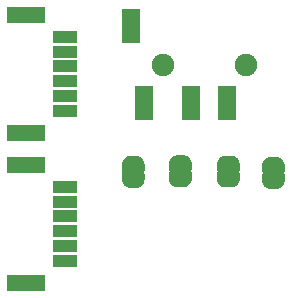
<source format=gbr>
G04 #@! TF.GenerationSoftware,KiCad,Pcbnew,(5.0.0)*
G04 #@! TF.CreationDate,2019-01-08T20:03:17-05:00*
G04 #@! TF.ProjectId,Headphone Breakout,4865616470686F6E6520427265616B6F,rev?*
G04 #@! TF.SameCoordinates,Original*
G04 #@! TF.FileFunction,Soldermask,Top*
G04 #@! TF.FilePolarity,Negative*
%FSLAX46Y46*%
G04 Gerber Fmt 4.6, Leading zero omitted, Abs format (unit mm)*
G04 Created by KiCad (PCBNEW (5.0.0)) date 01/08/19 20:03:17*
%MOMM*%
%LPD*%
G01*
G04 APERTURE LIST*
%ADD10R,2.100000X1.000000*%
%ADD11R,3.200000X1.400000*%
%ADD12R,1.600000X2.900000*%
%ADD13C,1.900000*%
%ADD14C,0.500000*%
%ADD15C,0.100000*%
G04 APERTURE END LIST*
D10*
G04 #@! TO.C,J1*
X123870000Y-100915000D03*
X123870000Y-99665000D03*
X123870000Y-98415000D03*
X123870000Y-97165000D03*
X123870000Y-95915000D03*
X123870000Y-94665000D03*
D11*
X120520000Y-102765000D03*
X120520000Y-92815000D03*
G04 #@! TD*
D10*
G04 #@! TO.C,J2*
X123870000Y-88215000D03*
X123870000Y-86965000D03*
X123870000Y-85715000D03*
X123870000Y-84465000D03*
X123870000Y-83215000D03*
X123870000Y-81965000D03*
D11*
X120520000Y-90065000D03*
X120520000Y-80115000D03*
G04 #@! TD*
D12*
G04 #@! TO.C,J3*
X129441000Y-81078000D03*
X130541000Y-87578000D03*
X134541000Y-87578000D03*
X137541000Y-87578000D03*
D13*
X139141000Y-84328000D03*
X132141000Y-84328000D03*
G04 #@! TD*
D14*
G04 #@! TO.C,JP1*
X129616200Y-94035400D03*
D15*
G36*
X128670043Y-93496382D02*
X128681424Y-93458863D01*
X128699906Y-93424286D01*
X128724779Y-93393979D01*
X128755086Y-93369106D01*
X128789663Y-93350624D01*
X128827182Y-93339243D01*
X128866200Y-93335400D01*
X129116200Y-93335400D01*
X129116200Y-93135400D01*
X129120043Y-93096382D01*
X129131424Y-93058863D01*
X129149906Y-93024286D01*
X129174779Y-92993979D01*
X129205086Y-92969106D01*
X129239663Y-92950624D01*
X129277182Y-92939243D01*
X129316200Y-92935400D01*
X129916200Y-92935400D01*
X129955218Y-92939243D01*
X129992737Y-92950624D01*
X130027314Y-92969106D01*
X130057621Y-92993979D01*
X130082494Y-93024286D01*
X130100976Y-93058863D01*
X130112357Y-93096382D01*
X130116200Y-93135400D01*
X130116200Y-93335400D01*
X130366200Y-93335400D01*
X130405218Y-93339243D01*
X130442737Y-93350624D01*
X130477314Y-93369106D01*
X130507621Y-93393979D01*
X130532494Y-93424286D01*
X130550976Y-93458863D01*
X130562357Y-93496382D01*
X130566200Y-93535400D01*
X130566200Y-94035400D01*
X130565598Y-94041512D01*
X130565598Y-94059934D01*
X130564635Y-94079540D01*
X130559825Y-94128371D01*
X130556946Y-94147780D01*
X130547374Y-94195905D01*
X130542604Y-94214948D01*
X130528360Y-94261903D01*
X130521749Y-94280380D01*
X130502972Y-94325713D01*
X130494577Y-94343461D01*
X130471446Y-94386734D01*
X130461360Y-94403562D01*
X130434100Y-94444361D01*
X130422405Y-94460130D01*
X130391277Y-94498059D01*
X130378097Y-94512600D01*
X130343400Y-94547297D01*
X130328859Y-94560477D01*
X130290930Y-94591605D01*
X130275161Y-94603300D01*
X130234362Y-94630560D01*
X130217534Y-94640646D01*
X130174261Y-94663777D01*
X130156513Y-94672172D01*
X130111180Y-94690949D01*
X130092703Y-94697560D01*
X130045748Y-94711804D01*
X130026705Y-94716574D01*
X129978580Y-94726146D01*
X129959171Y-94729025D01*
X129910340Y-94733835D01*
X129890734Y-94734798D01*
X129872312Y-94734798D01*
X129866200Y-94735400D01*
X129366200Y-94735400D01*
X129360088Y-94734798D01*
X129341666Y-94734798D01*
X129322060Y-94733835D01*
X129273229Y-94729025D01*
X129253820Y-94726146D01*
X129205695Y-94716574D01*
X129186652Y-94711804D01*
X129139697Y-94697560D01*
X129121220Y-94690949D01*
X129075887Y-94672172D01*
X129058139Y-94663777D01*
X129014866Y-94640646D01*
X128998038Y-94630560D01*
X128957239Y-94603300D01*
X128941470Y-94591605D01*
X128903541Y-94560477D01*
X128889000Y-94547297D01*
X128854303Y-94512600D01*
X128841123Y-94498059D01*
X128809995Y-94460130D01*
X128798300Y-94444361D01*
X128771040Y-94403562D01*
X128760954Y-94386734D01*
X128737823Y-94343461D01*
X128729428Y-94325713D01*
X128710651Y-94280380D01*
X128704040Y-94261903D01*
X128689796Y-94214948D01*
X128685026Y-94195905D01*
X128675454Y-94147780D01*
X128672575Y-94128371D01*
X128667765Y-94079540D01*
X128666802Y-94059934D01*
X128666802Y-94041512D01*
X128666200Y-94035400D01*
X128666200Y-93535400D01*
X128670043Y-93496382D01*
X128670043Y-93496382D01*
G37*
D14*
X129616200Y-92735400D03*
D15*
G36*
X128666802Y-92729288D02*
X128666802Y-92710866D01*
X128667765Y-92691260D01*
X128672575Y-92642429D01*
X128675454Y-92623020D01*
X128685026Y-92574895D01*
X128689796Y-92555852D01*
X128704040Y-92508897D01*
X128710651Y-92490420D01*
X128729428Y-92445087D01*
X128737823Y-92427339D01*
X128760954Y-92384066D01*
X128771040Y-92367238D01*
X128798300Y-92326439D01*
X128809995Y-92310670D01*
X128841123Y-92272741D01*
X128854303Y-92258200D01*
X128889000Y-92223503D01*
X128903541Y-92210323D01*
X128941470Y-92179195D01*
X128957239Y-92167500D01*
X128998038Y-92140240D01*
X129014866Y-92130154D01*
X129058139Y-92107023D01*
X129075887Y-92098628D01*
X129121220Y-92079851D01*
X129139697Y-92073240D01*
X129186652Y-92058996D01*
X129205695Y-92054226D01*
X129253820Y-92044654D01*
X129273229Y-92041775D01*
X129322060Y-92036965D01*
X129341666Y-92036002D01*
X129360088Y-92036002D01*
X129366200Y-92035400D01*
X129866200Y-92035400D01*
X129872312Y-92036002D01*
X129890734Y-92036002D01*
X129910340Y-92036965D01*
X129959171Y-92041775D01*
X129978580Y-92044654D01*
X130026705Y-92054226D01*
X130045748Y-92058996D01*
X130092703Y-92073240D01*
X130111180Y-92079851D01*
X130156513Y-92098628D01*
X130174261Y-92107023D01*
X130217534Y-92130154D01*
X130234362Y-92140240D01*
X130275161Y-92167500D01*
X130290930Y-92179195D01*
X130328859Y-92210323D01*
X130343400Y-92223503D01*
X130378097Y-92258200D01*
X130391277Y-92272741D01*
X130422405Y-92310670D01*
X130434100Y-92326439D01*
X130461360Y-92367238D01*
X130471446Y-92384066D01*
X130494577Y-92427339D01*
X130502972Y-92445087D01*
X130521749Y-92490420D01*
X130528360Y-92508897D01*
X130542604Y-92555852D01*
X130547374Y-92574895D01*
X130556946Y-92623020D01*
X130559825Y-92642429D01*
X130564635Y-92691260D01*
X130565598Y-92710866D01*
X130565598Y-92729288D01*
X130566200Y-92735400D01*
X130566200Y-93235400D01*
X130562357Y-93274418D01*
X130550976Y-93311937D01*
X130532494Y-93346514D01*
X130507621Y-93376821D01*
X130477314Y-93401694D01*
X130442737Y-93420176D01*
X130405218Y-93431557D01*
X130366200Y-93435400D01*
X128866200Y-93435400D01*
X128827182Y-93431557D01*
X128789663Y-93420176D01*
X128755086Y-93401694D01*
X128724779Y-93376821D01*
X128699906Y-93346514D01*
X128681424Y-93311937D01*
X128670043Y-93274418D01*
X128666200Y-93235400D01*
X128666200Y-92735400D01*
X128666802Y-92729288D01*
X128666802Y-92729288D01*
G37*
G04 #@! TD*
D14*
G04 #@! TO.C,JP2*
X133604000Y-92680000D03*
D15*
G36*
X132654602Y-92673888D02*
X132654602Y-92655466D01*
X132655565Y-92635860D01*
X132660375Y-92587029D01*
X132663254Y-92567620D01*
X132672826Y-92519495D01*
X132677596Y-92500452D01*
X132691840Y-92453497D01*
X132698451Y-92435020D01*
X132717228Y-92389687D01*
X132725623Y-92371939D01*
X132748754Y-92328666D01*
X132758840Y-92311838D01*
X132786100Y-92271039D01*
X132797795Y-92255270D01*
X132828923Y-92217341D01*
X132842103Y-92202800D01*
X132876800Y-92168103D01*
X132891341Y-92154923D01*
X132929270Y-92123795D01*
X132945039Y-92112100D01*
X132985838Y-92084840D01*
X133002666Y-92074754D01*
X133045939Y-92051623D01*
X133063687Y-92043228D01*
X133109020Y-92024451D01*
X133127497Y-92017840D01*
X133174452Y-92003596D01*
X133193495Y-91998826D01*
X133241620Y-91989254D01*
X133261029Y-91986375D01*
X133309860Y-91981565D01*
X133329466Y-91980602D01*
X133347888Y-91980602D01*
X133354000Y-91980000D01*
X133854000Y-91980000D01*
X133860112Y-91980602D01*
X133878534Y-91980602D01*
X133898140Y-91981565D01*
X133946971Y-91986375D01*
X133966380Y-91989254D01*
X134014505Y-91998826D01*
X134033548Y-92003596D01*
X134080503Y-92017840D01*
X134098980Y-92024451D01*
X134144313Y-92043228D01*
X134162061Y-92051623D01*
X134205334Y-92074754D01*
X134222162Y-92084840D01*
X134262961Y-92112100D01*
X134278730Y-92123795D01*
X134316659Y-92154923D01*
X134331200Y-92168103D01*
X134365897Y-92202800D01*
X134379077Y-92217341D01*
X134410205Y-92255270D01*
X134421900Y-92271039D01*
X134449160Y-92311838D01*
X134459246Y-92328666D01*
X134482377Y-92371939D01*
X134490772Y-92389687D01*
X134509549Y-92435020D01*
X134516160Y-92453497D01*
X134530404Y-92500452D01*
X134535174Y-92519495D01*
X134544746Y-92567620D01*
X134547625Y-92587029D01*
X134552435Y-92635860D01*
X134553398Y-92655466D01*
X134553398Y-92673888D01*
X134554000Y-92680000D01*
X134554000Y-93180000D01*
X134550157Y-93219018D01*
X134538776Y-93256537D01*
X134520294Y-93291114D01*
X134495421Y-93321421D01*
X134465114Y-93346294D01*
X134430537Y-93364776D01*
X134393018Y-93376157D01*
X134354000Y-93380000D01*
X132854000Y-93380000D01*
X132814982Y-93376157D01*
X132777463Y-93364776D01*
X132742886Y-93346294D01*
X132712579Y-93321421D01*
X132687706Y-93291114D01*
X132669224Y-93256537D01*
X132657843Y-93219018D01*
X132654000Y-93180000D01*
X132654000Y-92680000D01*
X132654602Y-92673888D01*
X132654602Y-92673888D01*
G37*
D14*
X133604000Y-93980000D03*
D15*
G36*
X132657843Y-93440982D02*
X132669224Y-93403463D01*
X132687706Y-93368886D01*
X132712579Y-93338579D01*
X132742886Y-93313706D01*
X132777463Y-93295224D01*
X132814982Y-93283843D01*
X132854000Y-93280000D01*
X133104000Y-93280000D01*
X133104000Y-93080000D01*
X133107843Y-93040982D01*
X133119224Y-93003463D01*
X133137706Y-92968886D01*
X133162579Y-92938579D01*
X133192886Y-92913706D01*
X133227463Y-92895224D01*
X133264982Y-92883843D01*
X133304000Y-92880000D01*
X133904000Y-92880000D01*
X133943018Y-92883843D01*
X133980537Y-92895224D01*
X134015114Y-92913706D01*
X134045421Y-92938579D01*
X134070294Y-92968886D01*
X134088776Y-93003463D01*
X134100157Y-93040982D01*
X134104000Y-93080000D01*
X134104000Y-93280000D01*
X134354000Y-93280000D01*
X134393018Y-93283843D01*
X134430537Y-93295224D01*
X134465114Y-93313706D01*
X134495421Y-93338579D01*
X134520294Y-93368886D01*
X134538776Y-93403463D01*
X134550157Y-93440982D01*
X134554000Y-93480000D01*
X134554000Y-93980000D01*
X134553398Y-93986112D01*
X134553398Y-94004534D01*
X134552435Y-94024140D01*
X134547625Y-94072971D01*
X134544746Y-94092380D01*
X134535174Y-94140505D01*
X134530404Y-94159548D01*
X134516160Y-94206503D01*
X134509549Y-94224980D01*
X134490772Y-94270313D01*
X134482377Y-94288061D01*
X134459246Y-94331334D01*
X134449160Y-94348162D01*
X134421900Y-94388961D01*
X134410205Y-94404730D01*
X134379077Y-94442659D01*
X134365897Y-94457200D01*
X134331200Y-94491897D01*
X134316659Y-94505077D01*
X134278730Y-94536205D01*
X134262961Y-94547900D01*
X134222162Y-94575160D01*
X134205334Y-94585246D01*
X134162061Y-94608377D01*
X134144313Y-94616772D01*
X134098980Y-94635549D01*
X134080503Y-94642160D01*
X134033548Y-94656404D01*
X134014505Y-94661174D01*
X133966380Y-94670746D01*
X133946971Y-94673625D01*
X133898140Y-94678435D01*
X133878534Y-94679398D01*
X133860112Y-94679398D01*
X133854000Y-94680000D01*
X133354000Y-94680000D01*
X133347888Y-94679398D01*
X133329466Y-94679398D01*
X133309860Y-94678435D01*
X133261029Y-94673625D01*
X133241620Y-94670746D01*
X133193495Y-94661174D01*
X133174452Y-94656404D01*
X133127497Y-94642160D01*
X133109020Y-94635549D01*
X133063687Y-94616772D01*
X133045939Y-94608377D01*
X133002666Y-94585246D01*
X132985838Y-94575160D01*
X132945039Y-94547900D01*
X132929270Y-94536205D01*
X132891341Y-94505077D01*
X132876800Y-94491897D01*
X132842103Y-94457200D01*
X132828923Y-94442659D01*
X132797795Y-94404730D01*
X132786100Y-94388961D01*
X132758840Y-94348162D01*
X132748754Y-94331334D01*
X132725623Y-94288061D01*
X132717228Y-94270313D01*
X132698451Y-94224980D01*
X132691840Y-94206503D01*
X132677596Y-94159548D01*
X132672826Y-94140505D01*
X132663254Y-94092380D01*
X132660375Y-94072971D01*
X132655565Y-94024140D01*
X132654602Y-94004534D01*
X132654602Y-93986112D01*
X132654000Y-93980000D01*
X132654000Y-93480000D01*
X132657843Y-93440982D01*
X132657843Y-93440982D01*
G37*
G04 #@! TD*
D14*
G04 #@! TO.C,JP3*
X137668000Y-92710000D03*
D15*
G36*
X136718602Y-92703888D02*
X136718602Y-92685466D01*
X136719565Y-92665860D01*
X136724375Y-92617029D01*
X136727254Y-92597620D01*
X136736826Y-92549495D01*
X136741596Y-92530452D01*
X136755840Y-92483497D01*
X136762451Y-92465020D01*
X136781228Y-92419687D01*
X136789623Y-92401939D01*
X136812754Y-92358666D01*
X136822840Y-92341838D01*
X136850100Y-92301039D01*
X136861795Y-92285270D01*
X136892923Y-92247341D01*
X136906103Y-92232800D01*
X136940800Y-92198103D01*
X136955341Y-92184923D01*
X136993270Y-92153795D01*
X137009039Y-92142100D01*
X137049838Y-92114840D01*
X137066666Y-92104754D01*
X137109939Y-92081623D01*
X137127687Y-92073228D01*
X137173020Y-92054451D01*
X137191497Y-92047840D01*
X137238452Y-92033596D01*
X137257495Y-92028826D01*
X137305620Y-92019254D01*
X137325029Y-92016375D01*
X137373860Y-92011565D01*
X137393466Y-92010602D01*
X137411888Y-92010602D01*
X137418000Y-92010000D01*
X137918000Y-92010000D01*
X137924112Y-92010602D01*
X137942534Y-92010602D01*
X137962140Y-92011565D01*
X138010971Y-92016375D01*
X138030380Y-92019254D01*
X138078505Y-92028826D01*
X138097548Y-92033596D01*
X138144503Y-92047840D01*
X138162980Y-92054451D01*
X138208313Y-92073228D01*
X138226061Y-92081623D01*
X138269334Y-92104754D01*
X138286162Y-92114840D01*
X138326961Y-92142100D01*
X138342730Y-92153795D01*
X138380659Y-92184923D01*
X138395200Y-92198103D01*
X138429897Y-92232800D01*
X138443077Y-92247341D01*
X138474205Y-92285270D01*
X138485900Y-92301039D01*
X138513160Y-92341838D01*
X138523246Y-92358666D01*
X138546377Y-92401939D01*
X138554772Y-92419687D01*
X138573549Y-92465020D01*
X138580160Y-92483497D01*
X138594404Y-92530452D01*
X138599174Y-92549495D01*
X138608746Y-92597620D01*
X138611625Y-92617029D01*
X138616435Y-92665860D01*
X138617398Y-92685466D01*
X138617398Y-92703888D01*
X138618000Y-92710000D01*
X138618000Y-93210000D01*
X138614157Y-93249018D01*
X138602776Y-93286537D01*
X138584294Y-93321114D01*
X138559421Y-93351421D01*
X138529114Y-93376294D01*
X138494537Y-93394776D01*
X138457018Y-93406157D01*
X138418000Y-93410000D01*
X136918000Y-93410000D01*
X136878982Y-93406157D01*
X136841463Y-93394776D01*
X136806886Y-93376294D01*
X136776579Y-93351421D01*
X136751706Y-93321114D01*
X136733224Y-93286537D01*
X136721843Y-93249018D01*
X136718000Y-93210000D01*
X136718000Y-92710000D01*
X136718602Y-92703888D01*
X136718602Y-92703888D01*
G37*
D14*
X137668000Y-94010000D03*
D15*
G36*
X136721843Y-93470982D02*
X136733224Y-93433463D01*
X136751706Y-93398886D01*
X136776579Y-93368579D01*
X136806886Y-93343706D01*
X136841463Y-93325224D01*
X136878982Y-93313843D01*
X136918000Y-93310000D01*
X137168000Y-93310000D01*
X137168000Y-93110000D01*
X137171843Y-93070982D01*
X137183224Y-93033463D01*
X137201706Y-92998886D01*
X137226579Y-92968579D01*
X137256886Y-92943706D01*
X137291463Y-92925224D01*
X137328982Y-92913843D01*
X137368000Y-92910000D01*
X137968000Y-92910000D01*
X138007018Y-92913843D01*
X138044537Y-92925224D01*
X138079114Y-92943706D01*
X138109421Y-92968579D01*
X138134294Y-92998886D01*
X138152776Y-93033463D01*
X138164157Y-93070982D01*
X138168000Y-93110000D01*
X138168000Y-93310000D01*
X138418000Y-93310000D01*
X138457018Y-93313843D01*
X138494537Y-93325224D01*
X138529114Y-93343706D01*
X138559421Y-93368579D01*
X138584294Y-93398886D01*
X138602776Y-93433463D01*
X138614157Y-93470982D01*
X138618000Y-93510000D01*
X138618000Y-94010000D01*
X138617398Y-94016112D01*
X138617398Y-94034534D01*
X138616435Y-94054140D01*
X138611625Y-94102971D01*
X138608746Y-94122380D01*
X138599174Y-94170505D01*
X138594404Y-94189548D01*
X138580160Y-94236503D01*
X138573549Y-94254980D01*
X138554772Y-94300313D01*
X138546377Y-94318061D01*
X138523246Y-94361334D01*
X138513160Y-94378162D01*
X138485900Y-94418961D01*
X138474205Y-94434730D01*
X138443077Y-94472659D01*
X138429897Y-94487200D01*
X138395200Y-94521897D01*
X138380659Y-94535077D01*
X138342730Y-94566205D01*
X138326961Y-94577900D01*
X138286162Y-94605160D01*
X138269334Y-94615246D01*
X138226061Y-94638377D01*
X138208313Y-94646772D01*
X138162980Y-94665549D01*
X138144503Y-94672160D01*
X138097548Y-94686404D01*
X138078505Y-94691174D01*
X138030380Y-94700746D01*
X138010971Y-94703625D01*
X137962140Y-94708435D01*
X137942534Y-94709398D01*
X137924112Y-94709398D01*
X137918000Y-94710000D01*
X137418000Y-94710000D01*
X137411888Y-94709398D01*
X137393466Y-94709398D01*
X137373860Y-94708435D01*
X137325029Y-94703625D01*
X137305620Y-94700746D01*
X137257495Y-94691174D01*
X137238452Y-94686404D01*
X137191497Y-94672160D01*
X137173020Y-94665549D01*
X137127687Y-94646772D01*
X137109939Y-94638377D01*
X137066666Y-94615246D01*
X137049838Y-94605160D01*
X137009039Y-94577900D01*
X136993270Y-94566205D01*
X136955341Y-94535077D01*
X136940800Y-94521897D01*
X136906103Y-94487200D01*
X136892923Y-94472659D01*
X136861795Y-94434730D01*
X136850100Y-94418961D01*
X136822840Y-94378162D01*
X136812754Y-94361334D01*
X136789623Y-94318061D01*
X136781228Y-94300313D01*
X136762451Y-94254980D01*
X136755840Y-94236503D01*
X136741596Y-94189548D01*
X136736826Y-94170505D01*
X136727254Y-94122380D01*
X136724375Y-94102971D01*
X136719565Y-94054140D01*
X136718602Y-94034534D01*
X136718602Y-94016112D01*
X136718000Y-94010000D01*
X136718000Y-93510000D01*
X136721843Y-93470982D01*
X136721843Y-93470982D01*
G37*
G04 #@! TD*
D14*
G04 #@! TO.C,JP4*
X141478000Y-94122000D03*
D15*
G36*
X140531843Y-93582982D02*
X140543224Y-93545463D01*
X140561706Y-93510886D01*
X140586579Y-93480579D01*
X140616886Y-93455706D01*
X140651463Y-93437224D01*
X140688982Y-93425843D01*
X140728000Y-93422000D01*
X140978000Y-93422000D01*
X140978000Y-93222000D01*
X140981843Y-93182982D01*
X140993224Y-93145463D01*
X141011706Y-93110886D01*
X141036579Y-93080579D01*
X141066886Y-93055706D01*
X141101463Y-93037224D01*
X141138982Y-93025843D01*
X141178000Y-93022000D01*
X141778000Y-93022000D01*
X141817018Y-93025843D01*
X141854537Y-93037224D01*
X141889114Y-93055706D01*
X141919421Y-93080579D01*
X141944294Y-93110886D01*
X141962776Y-93145463D01*
X141974157Y-93182982D01*
X141978000Y-93222000D01*
X141978000Y-93422000D01*
X142228000Y-93422000D01*
X142267018Y-93425843D01*
X142304537Y-93437224D01*
X142339114Y-93455706D01*
X142369421Y-93480579D01*
X142394294Y-93510886D01*
X142412776Y-93545463D01*
X142424157Y-93582982D01*
X142428000Y-93622000D01*
X142428000Y-94122000D01*
X142427398Y-94128112D01*
X142427398Y-94146534D01*
X142426435Y-94166140D01*
X142421625Y-94214971D01*
X142418746Y-94234380D01*
X142409174Y-94282505D01*
X142404404Y-94301548D01*
X142390160Y-94348503D01*
X142383549Y-94366980D01*
X142364772Y-94412313D01*
X142356377Y-94430061D01*
X142333246Y-94473334D01*
X142323160Y-94490162D01*
X142295900Y-94530961D01*
X142284205Y-94546730D01*
X142253077Y-94584659D01*
X142239897Y-94599200D01*
X142205200Y-94633897D01*
X142190659Y-94647077D01*
X142152730Y-94678205D01*
X142136961Y-94689900D01*
X142096162Y-94717160D01*
X142079334Y-94727246D01*
X142036061Y-94750377D01*
X142018313Y-94758772D01*
X141972980Y-94777549D01*
X141954503Y-94784160D01*
X141907548Y-94798404D01*
X141888505Y-94803174D01*
X141840380Y-94812746D01*
X141820971Y-94815625D01*
X141772140Y-94820435D01*
X141752534Y-94821398D01*
X141734112Y-94821398D01*
X141728000Y-94822000D01*
X141228000Y-94822000D01*
X141221888Y-94821398D01*
X141203466Y-94821398D01*
X141183860Y-94820435D01*
X141135029Y-94815625D01*
X141115620Y-94812746D01*
X141067495Y-94803174D01*
X141048452Y-94798404D01*
X141001497Y-94784160D01*
X140983020Y-94777549D01*
X140937687Y-94758772D01*
X140919939Y-94750377D01*
X140876666Y-94727246D01*
X140859838Y-94717160D01*
X140819039Y-94689900D01*
X140803270Y-94678205D01*
X140765341Y-94647077D01*
X140750800Y-94633897D01*
X140716103Y-94599200D01*
X140702923Y-94584659D01*
X140671795Y-94546730D01*
X140660100Y-94530961D01*
X140632840Y-94490162D01*
X140622754Y-94473334D01*
X140599623Y-94430061D01*
X140591228Y-94412313D01*
X140572451Y-94366980D01*
X140565840Y-94348503D01*
X140551596Y-94301548D01*
X140546826Y-94282505D01*
X140537254Y-94234380D01*
X140534375Y-94214971D01*
X140529565Y-94166140D01*
X140528602Y-94146534D01*
X140528602Y-94128112D01*
X140528000Y-94122000D01*
X140528000Y-93622000D01*
X140531843Y-93582982D01*
X140531843Y-93582982D01*
G37*
D14*
X141478000Y-92822000D03*
D15*
G36*
X140528602Y-92815888D02*
X140528602Y-92797466D01*
X140529565Y-92777860D01*
X140534375Y-92729029D01*
X140537254Y-92709620D01*
X140546826Y-92661495D01*
X140551596Y-92642452D01*
X140565840Y-92595497D01*
X140572451Y-92577020D01*
X140591228Y-92531687D01*
X140599623Y-92513939D01*
X140622754Y-92470666D01*
X140632840Y-92453838D01*
X140660100Y-92413039D01*
X140671795Y-92397270D01*
X140702923Y-92359341D01*
X140716103Y-92344800D01*
X140750800Y-92310103D01*
X140765341Y-92296923D01*
X140803270Y-92265795D01*
X140819039Y-92254100D01*
X140859838Y-92226840D01*
X140876666Y-92216754D01*
X140919939Y-92193623D01*
X140937687Y-92185228D01*
X140983020Y-92166451D01*
X141001497Y-92159840D01*
X141048452Y-92145596D01*
X141067495Y-92140826D01*
X141115620Y-92131254D01*
X141135029Y-92128375D01*
X141183860Y-92123565D01*
X141203466Y-92122602D01*
X141221888Y-92122602D01*
X141228000Y-92122000D01*
X141728000Y-92122000D01*
X141734112Y-92122602D01*
X141752534Y-92122602D01*
X141772140Y-92123565D01*
X141820971Y-92128375D01*
X141840380Y-92131254D01*
X141888505Y-92140826D01*
X141907548Y-92145596D01*
X141954503Y-92159840D01*
X141972980Y-92166451D01*
X142018313Y-92185228D01*
X142036061Y-92193623D01*
X142079334Y-92216754D01*
X142096162Y-92226840D01*
X142136961Y-92254100D01*
X142152730Y-92265795D01*
X142190659Y-92296923D01*
X142205200Y-92310103D01*
X142239897Y-92344800D01*
X142253077Y-92359341D01*
X142284205Y-92397270D01*
X142295900Y-92413039D01*
X142323160Y-92453838D01*
X142333246Y-92470666D01*
X142356377Y-92513939D01*
X142364772Y-92531687D01*
X142383549Y-92577020D01*
X142390160Y-92595497D01*
X142404404Y-92642452D01*
X142409174Y-92661495D01*
X142418746Y-92709620D01*
X142421625Y-92729029D01*
X142426435Y-92777860D01*
X142427398Y-92797466D01*
X142427398Y-92815888D01*
X142428000Y-92822000D01*
X142428000Y-93322000D01*
X142424157Y-93361018D01*
X142412776Y-93398537D01*
X142394294Y-93433114D01*
X142369421Y-93463421D01*
X142339114Y-93488294D01*
X142304537Y-93506776D01*
X142267018Y-93518157D01*
X142228000Y-93522000D01*
X140728000Y-93522000D01*
X140688982Y-93518157D01*
X140651463Y-93506776D01*
X140616886Y-93488294D01*
X140586579Y-93463421D01*
X140561706Y-93433114D01*
X140543224Y-93398537D01*
X140531843Y-93361018D01*
X140528000Y-93322000D01*
X140528000Y-92822000D01*
X140528602Y-92815888D01*
X140528602Y-92815888D01*
G37*
G04 #@! TD*
M02*

</source>
